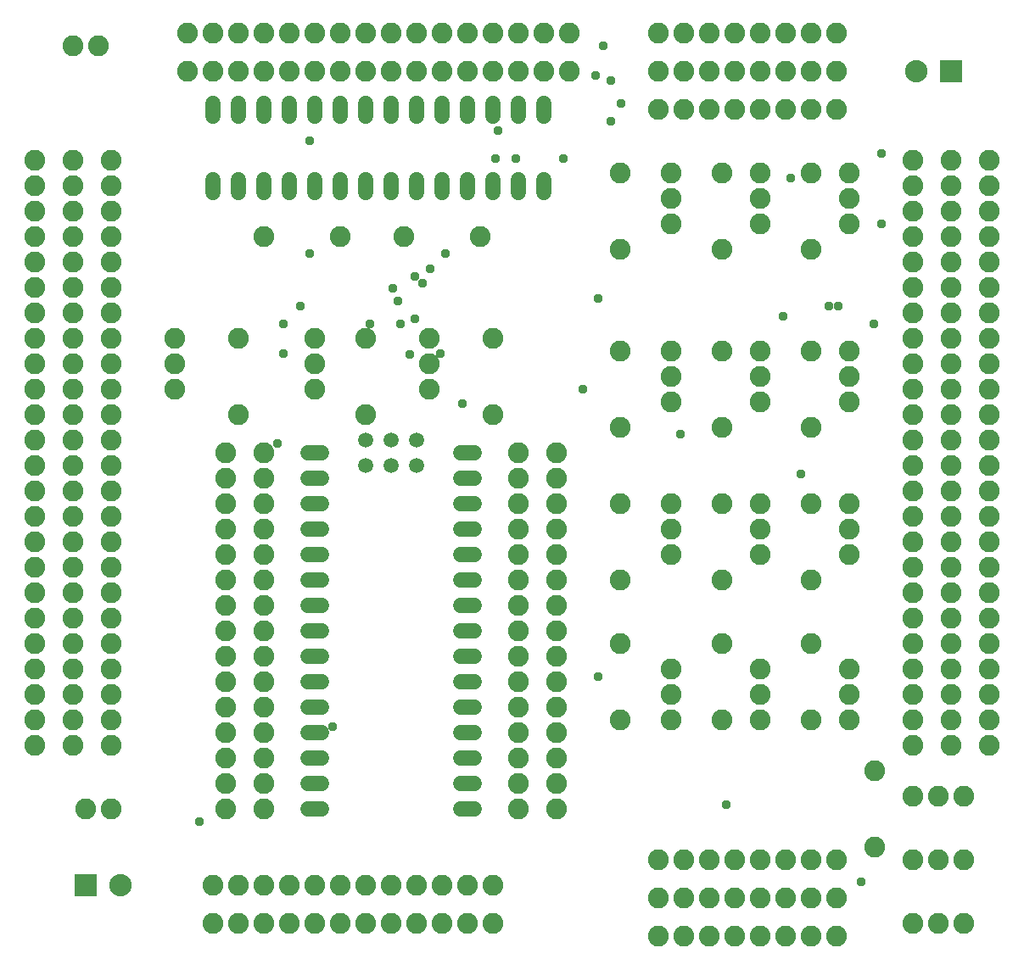
<source format=gbr>
G04 EAGLE Gerber RS-274X export*
G75*
%MOMM*%
%FSLAX34Y34*%
%LPD*%
%INSoldermask Bottom*%
%IPPOS*%
%AMOC8*
5,1,8,0,0,1.08239X$1,22.5*%
G01*
%ADD10C,2.082800*%
%ADD11C,1.511200*%
%ADD12C,1.511200*%
%ADD13C,1.524000*%
%ADD14R,2.235200X2.235200*%
%ADD15C,2.235200*%
%ADD16C,0.959600*%


D10*
X393700Y736600D03*
X469900Y736600D03*
X863600Y127000D03*
X863600Y203200D03*
X609600Y723900D03*
X609600Y800100D03*
X711200Y546100D03*
X711200Y622300D03*
X800100Y546100D03*
X800100Y622300D03*
X609600Y393700D03*
X609600Y469900D03*
X711200Y393700D03*
X711200Y469900D03*
X800100Y393700D03*
X800100Y469900D03*
X609600Y254000D03*
X609600Y330200D03*
X711200Y254000D03*
X711200Y330200D03*
X800100Y254000D03*
X800100Y330200D03*
X711200Y723900D03*
X711200Y800100D03*
X800100Y723900D03*
X800100Y800100D03*
X228600Y558800D03*
X228600Y635000D03*
X355600Y558800D03*
X355600Y635000D03*
X482600Y558800D03*
X482600Y635000D03*
X609600Y546100D03*
X609600Y622300D03*
X254000Y736600D03*
X330200Y736600D03*
X901700Y177800D03*
X927100Y177800D03*
X952500Y177800D03*
X660400Y749300D03*
X660400Y774700D03*
X660400Y800100D03*
X749300Y749300D03*
X749300Y774700D03*
X749300Y800100D03*
X838200Y749300D03*
X838200Y774700D03*
X838200Y800100D03*
X165100Y584200D03*
X165100Y609600D03*
X165100Y635000D03*
X304800Y584200D03*
X304800Y609600D03*
X304800Y635000D03*
X419100Y584200D03*
X419100Y609600D03*
X419100Y635000D03*
X660400Y571500D03*
X660400Y596900D03*
X660400Y622300D03*
X749300Y571500D03*
X749300Y596900D03*
X749300Y622300D03*
X838200Y571500D03*
X838200Y596900D03*
X838200Y622300D03*
X660400Y419100D03*
X660400Y444500D03*
X660400Y469900D03*
X749300Y419100D03*
X749300Y444500D03*
X749300Y469900D03*
X838200Y419100D03*
X838200Y444500D03*
X838200Y469900D03*
X660400Y254000D03*
X660400Y279400D03*
X660400Y304800D03*
X749300Y254000D03*
X749300Y279400D03*
X749300Y304800D03*
X838200Y254000D03*
X838200Y279400D03*
X838200Y304800D03*
X901700Y50800D03*
X927100Y50800D03*
X952500Y50800D03*
X901700Y114300D03*
X927100Y114300D03*
X952500Y114300D03*
D11*
X311340Y520700D02*
X298260Y520700D01*
X298260Y495300D02*
X311340Y495300D01*
X311340Y469900D02*
X298260Y469900D01*
X298260Y444500D02*
X311340Y444500D01*
X311340Y419100D02*
X298260Y419100D01*
X298260Y393700D02*
X311340Y393700D01*
X311340Y368300D02*
X298260Y368300D01*
X298260Y342900D02*
X311340Y342900D01*
X311340Y317500D02*
X298260Y317500D01*
X298260Y292100D02*
X311340Y292100D01*
X311340Y266700D02*
X298260Y266700D01*
X298260Y241300D02*
X311340Y241300D01*
X450660Y520700D02*
X463740Y520700D01*
X463740Y495300D02*
X450660Y495300D01*
X450660Y469900D02*
X463740Y469900D01*
X463740Y317500D02*
X450660Y317500D01*
X450660Y292100D02*
X463740Y292100D01*
X463740Y266700D02*
X450660Y266700D01*
X450660Y241300D02*
X463740Y241300D01*
X463740Y165100D02*
X450660Y165100D01*
X311340Y165100D02*
X298260Y165100D01*
X298260Y190500D02*
X311340Y190500D01*
X311340Y215900D02*
X298260Y215900D01*
X450660Y190500D02*
X463740Y190500D01*
X463740Y215900D02*
X450660Y215900D01*
X450660Y444500D02*
X463740Y444500D01*
D12*
X406400Y508000D03*
X381000Y508000D03*
X355600Y508000D03*
D11*
X450660Y342900D02*
X463740Y342900D01*
X463740Y368300D02*
X450660Y368300D01*
X450660Y393700D02*
X463740Y393700D01*
X463740Y419100D02*
X450660Y419100D01*
D12*
X406400Y533400D03*
X381000Y533400D03*
X355600Y533400D03*
D13*
X533400Y856996D02*
X533400Y870204D01*
X508000Y870204D02*
X508000Y856996D01*
X381000Y856996D02*
X381000Y870204D01*
X355600Y870204D02*
X355600Y856996D01*
X482600Y856996D02*
X482600Y870204D01*
X457200Y870204D02*
X457200Y856996D01*
X406400Y856996D02*
X406400Y870204D01*
X431800Y870204D02*
X431800Y856996D01*
X330200Y856996D02*
X330200Y870204D01*
X304800Y870204D02*
X304800Y856996D01*
X279400Y856996D02*
X279400Y870204D01*
X254000Y870204D02*
X254000Y856996D01*
X228600Y856996D02*
X228600Y870204D01*
X203200Y870204D02*
X203200Y856996D01*
X203200Y794004D02*
X203200Y780796D01*
X228600Y780796D02*
X228600Y794004D01*
X254000Y794004D02*
X254000Y780796D01*
X279400Y780796D02*
X279400Y794004D01*
X304800Y794004D02*
X304800Y780796D01*
X330200Y780796D02*
X330200Y794004D01*
X355600Y794004D02*
X355600Y780796D01*
X381000Y780796D02*
X381000Y794004D01*
X406400Y794004D02*
X406400Y780796D01*
X431800Y780796D02*
X431800Y794004D01*
X457200Y794004D02*
X457200Y780796D01*
X482600Y780796D02*
X482600Y794004D01*
X508000Y794004D02*
X508000Y780796D01*
X533400Y780796D02*
X533400Y794004D01*
D10*
X647700Y38100D03*
X673100Y38100D03*
X698500Y38100D03*
X723900Y38100D03*
X749300Y38100D03*
X774700Y38100D03*
X800100Y38100D03*
X825500Y38100D03*
X647700Y76200D03*
X673100Y76200D03*
X698500Y76200D03*
X723900Y76200D03*
X749300Y76200D03*
X774700Y76200D03*
X800100Y76200D03*
X825500Y76200D03*
X647700Y939800D03*
X673100Y939800D03*
X698500Y939800D03*
X723900Y939800D03*
X749300Y939800D03*
X774700Y939800D03*
X800100Y939800D03*
X825500Y939800D03*
X647700Y901700D03*
X673100Y901700D03*
X698500Y901700D03*
X723900Y901700D03*
X749300Y901700D03*
X774700Y901700D03*
X800100Y901700D03*
X825500Y901700D03*
D14*
X76200Y88900D03*
D15*
X111200Y88900D03*
D14*
X939800Y901700D03*
D15*
X904800Y901700D03*
D10*
X76200Y165100D03*
X101600Y165100D03*
X63500Y927100D03*
X88900Y927100D03*
X25400Y787400D03*
X25400Y762000D03*
X25400Y736600D03*
X25400Y711200D03*
X25400Y685800D03*
X25400Y660400D03*
X25400Y635000D03*
X25400Y609600D03*
X25400Y584200D03*
X25400Y558800D03*
X25400Y533400D03*
X25400Y508000D03*
X25400Y482600D03*
X25400Y457200D03*
X25400Y431800D03*
X25400Y406400D03*
X25400Y381000D03*
X25400Y355600D03*
X25400Y330200D03*
X25400Y304800D03*
X25400Y279400D03*
X25400Y254000D03*
X25400Y228600D03*
X25400Y812800D03*
X63500Y787400D03*
X63500Y762000D03*
X63500Y736600D03*
X63500Y711200D03*
X63500Y685800D03*
X63500Y660400D03*
X63500Y635000D03*
X63500Y609600D03*
X63500Y584200D03*
X63500Y558800D03*
X63500Y533400D03*
X63500Y508000D03*
X63500Y482600D03*
X63500Y457200D03*
X63500Y431800D03*
X63500Y406400D03*
X63500Y381000D03*
X63500Y355600D03*
X63500Y330200D03*
X63500Y304800D03*
X63500Y279400D03*
X63500Y254000D03*
X63500Y228600D03*
X63500Y812800D03*
X101600Y787400D03*
X101600Y762000D03*
X101600Y736600D03*
X101600Y711200D03*
X101600Y685800D03*
X101600Y660400D03*
X101600Y635000D03*
X101600Y609600D03*
X101600Y584200D03*
X101600Y558800D03*
X101600Y533400D03*
X101600Y508000D03*
X101600Y482600D03*
X101600Y457200D03*
X101600Y431800D03*
X101600Y406400D03*
X101600Y381000D03*
X101600Y355600D03*
X101600Y330200D03*
X101600Y304800D03*
X101600Y279400D03*
X101600Y254000D03*
X101600Y228600D03*
X101600Y812800D03*
X901700Y787400D03*
X901700Y762000D03*
X901700Y736600D03*
X901700Y711200D03*
X901700Y685800D03*
X901700Y660400D03*
X901700Y635000D03*
X901700Y609600D03*
X901700Y584200D03*
X901700Y558800D03*
X901700Y533400D03*
X901700Y508000D03*
X901700Y482600D03*
X901700Y457200D03*
X901700Y431800D03*
X901700Y406400D03*
X901700Y381000D03*
X901700Y355600D03*
X901700Y330200D03*
X901700Y304800D03*
X901700Y279400D03*
X901700Y254000D03*
X901700Y228600D03*
X901700Y812800D03*
X939800Y787400D03*
X939800Y762000D03*
X939800Y736600D03*
X939800Y711200D03*
X939800Y685800D03*
X939800Y660400D03*
X939800Y635000D03*
X939800Y609600D03*
X939800Y584200D03*
X939800Y558800D03*
X939800Y533400D03*
X939800Y508000D03*
X939800Y482600D03*
X939800Y457200D03*
X939800Y431800D03*
X939800Y406400D03*
X939800Y381000D03*
X939800Y355600D03*
X939800Y330200D03*
X939800Y304800D03*
X939800Y279400D03*
X939800Y254000D03*
X939800Y228600D03*
X939800Y812800D03*
X977900Y787400D03*
X977900Y762000D03*
X977900Y736600D03*
X977900Y711200D03*
X977900Y685800D03*
X977900Y660400D03*
X977900Y635000D03*
X977900Y609600D03*
X977900Y584200D03*
X977900Y558800D03*
X977900Y533400D03*
X977900Y508000D03*
X977900Y482600D03*
X977900Y457200D03*
X977900Y431800D03*
X977900Y406400D03*
X977900Y381000D03*
X977900Y355600D03*
X977900Y330200D03*
X977900Y304800D03*
X977900Y279400D03*
X977900Y254000D03*
X977900Y228600D03*
X977900Y812800D03*
X647700Y114300D03*
X673100Y114300D03*
X698500Y114300D03*
X723900Y114300D03*
X749300Y114300D03*
X774700Y114300D03*
X800100Y114300D03*
X825500Y114300D03*
X647700Y863600D03*
X673100Y863600D03*
X698500Y863600D03*
X723900Y863600D03*
X749300Y863600D03*
X774700Y863600D03*
X800100Y863600D03*
X825500Y863600D03*
X508000Y520700D03*
X508000Y495300D03*
X508000Y469900D03*
X508000Y444500D03*
X508000Y419100D03*
X508000Y393700D03*
X508000Y368300D03*
X508000Y342900D03*
X508000Y317500D03*
X508000Y292100D03*
X508000Y266700D03*
X508000Y241300D03*
X508000Y215900D03*
X508000Y190500D03*
X508000Y165100D03*
X546100Y520700D03*
X546100Y495300D03*
X546100Y469900D03*
X546100Y444500D03*
X546100Y419100D03*
X546100Y393700D03*
X546100Y368300D03*
X546100Y342900D03*
X546100Y317500D03*
X546100Y292100D03*
X546100Y266700D03*
X546100Y241300D03*
X546100Y215900D03*
X546100Y190500D03*
X546100Y165100D03*
X254000Y520700D03*
X254000Y495300D03*
X254000Y469900D03*
X254000Y444500D03*
X254000Y419100D03*
X254000Y393700D03*
X254000Y368300D03*
X254000Y342900D03*
X254000Y317500D03*
X254000Y292100D03*
X254000Y266700D03*
X254000Y241300D03*
X254000Y215900D03*
X254000Y190500D03*
X254000Y165100D03*
X215900Y520700D03*
X215900Y495300D03*
X215900Y469900D03*
X215900Y444500D03*
X215900Y419100D03*
X215900Y393700D03*
X215900Y368300D03*
X215900Y342900D03*
X215900Y317500D03*
X215900Y292100D03*
X215900Y266700D03*
X215900Y241300D03*
X215900Y215900D03*
X215900Y190500D03*
X215900Y165100D03*
X558800Y901700D03*
X533400Y901700D03*
X508000Y901700D03*
X482600Y901700D03*
X457200Y901700D03*
X431800Y901700D03*
X406400Y901700D03*
X381000Y901700D03*
X355600Y901700D03*
X330200Y901700D03*
X304800Y901700D03*
X279400Y901700D03*
X254000Y901700D03*
X228600Y901700D03*
X203200Y901700D03*
X177800Y901700D03*
X558800Y939800D03*
X533400Y939800D03*
X508000Y939800D03*
X482600Y939800D03*
X457200Y939800D03*
X431800Y939800D03*
X406400Y939800D03*
X381000Y939800D03*
X355600Y939800D03*
X330200Y939800D03*
X304800Y939800D03*
X279400Y939800D03*
X254000Y939800D03*
X228600Y939800D03*
X203200Y939800D03*
X177800Y939800D03*
X482600Y50800D03*
X457200Y50800D03*
X431800Y50800D03*
X406400Y50800D03*
X381000Y50800D03*
X355600Y50800D03*
X330200Y50800D03*
X304800Y50800D03*
X279400Y50800D03*
X254000Y50800D03*
X228600Y50800D03*
X203200Y50800D03*
X482600Y88900D03*
X457200Y88900D03*
X431800Y88900D03*
X406400Y88900D03*
X381000Y88900D03*
X355600Y88900D03*
X330200Y88900D03*
X304800Y88900D03*
X279400Y88900D03*
X254000Y88900D03*
X228600Y88900D03*
X203200Y88900D03*
D16*
X300000Y720000D03*
X390000Y650000D03*
X360000Y650000D03*
X610000Y870000D03*
X670000Y540000D03*
X435000Y720000D03*
X485000Y815000D03*
X505000Y815000D03*
X290000Y667500D03*
X772500Y657500D03*
X399459Y619459D03*
X430000Y620000D03*
X273568Y650000D03*
X273568Y620000D03*
X870000Y750000D03*
X870000Y820000D03*
X387500Y672500D03*
X405000Y655000D03*
X862500Y650000D03*
X382500Y685000D03*
X850000Y92500D03*
X322500Y247500D03*
X715000Y170000D03*
X587500Y297500D03*
X600000Y892500D03*
X780000Y795000D03*
X552500Y815000D03*
X300000Y832500D03*
X452500Y570000D03*
X487500Y842500D03*
X572500Y585000D03*
X600000Y852500D03*
X827500Y667500D03*
X420000Y705000D03*
X412500Y690000D03*
X587500Y675000D03*
X592500Y927500D03*
X817500Y667500D03*
X405000Y697500D03*
X585000Y897500D03*
X790000Y500000D03*
X267500Y530000D03*
X190000Y152500D03*
M02*

</source>
